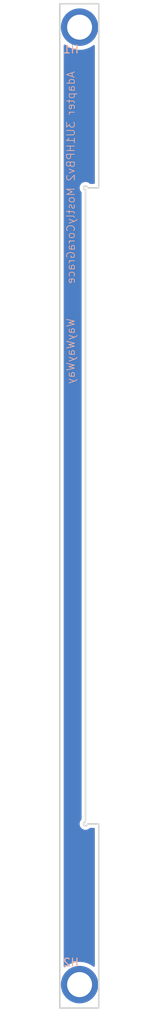
<source format=kicad_pcb>
(kicad_pcb (version 20241229) (generator "pcbnew") (generator_version "9.0")
  (layers (0 "F.Cu" signal) (2 "B.Cu" signal) (13 "F.Paste" user) (15 "B.Paste" user) (5 "F.SilkS" user "F.Silkscreen") (7 "B.SilkS" user "B.Silkscreen") (1 "F.Mask" user) (3 "B.Mask" user) (25 "Edge.Cuts" user))
  (net 0 "")
  (footprint "EXC:MountingHole_3.2mm_M3" (layer "F.Cu") (at 7.34 127.925)
    (property "Reference" "H2" (at 0 -2.84 0) (layer "B.SilkS") (effects (justify left mirror)))
    (property "Value" "Eurorack_M3_MountingHole")
    (pad "" thru_hole circle (at 0 0) (size 4.8 4.8) (drill 3.2) (layers "*.Cu" "*.Mask"))
  )
  (footprint "EXC:MountingHole_3.2mm_M3" (layer "F.Cu") (at 7.34 5.425)
    (property "Reference" "H1" (at 0 2.84 0) (layer "B.SilkS") (effects (justify left mirror)))
    (property "Value" "Eurorack_M3_MountingHole")
    (pad "" thru_hole circle (at 0 0) (size 4.8 4.8) (drill 3.2) (layers "*.Cu" "*.Mask"))
  )
  (gr_line (start 9.8 2.425) (end 9.8 25.985) (stroke (width 0.2)) (layer "Edge.Cuts"))
  (gr_line (start 8.35 25.985) (end 9.8 25.985) (stroke (width 0.2)) (layer "Edge.Cuts"))
  (gr_line (start 8.1 26.235) (end 8.1 107.115) (stroke (width 0.2)) (layer "Edge.Cuts"))
  (gr_line (start 8.35 107.365) (end 9.8 107.365) (stroke (width 0.2)) (layer "Edge.Cuts"))
  (gr_line (start 4.8 130.925) (end 9.8 130.925) (stroke (width 0.2)) (layer "Edge.Cuts"))
  (gr_line (start 9.8 107.365) (end 9.8 130.925) (stroke (width 0.2)) (layer "Edge.Cuts"))
  (gr_arc (start 8.1 26.235) (mid 7.923223 25.808223) (end 8.35 25.985) (stroke (width 0.2)) (layer "Edge.Cuts"))
  (gr_arc (start 8.35 107.365) (mid 7.923223 107.541777) (end 8.1 107.115) (stroke (width 0.2)) (layer "Edge.Cuts"))
  (gr_line (start 4.8 2.425) (end 4.8 130.925) (stroke (width 0.2)) (layer "Edge.Cuts"))
  (gr_line (start 4.8 2.425) (end 9.8 2.425) (stroke (width 0.2)) (layer "Edge.Cuts"))
  (gr_text "Adapter 3U1HPBv2 MostlyCoraGrace" (at 6.8 11 90) (layer "B.SilkS") (effects (font (size 1 1) (thickness 0.1)) (justify left bottom mirror)))
  (gr_text "WayWayWay" (at 6.8 42.6 90) (layer "B.SilkS") (effects (font (size 1 1) (thickness 0.1)) (justify left bottom mirror)))
  (zone (net 0) (net_name "") (layers "F.Cu" "B.Cu") (connect_pads (clearance 0.5)) (min_thickness 0.25) (fill yes (thermal_gap 0.5) (thermal_bridge_width 0.5) (island_removal_mode 1) (island_area_min 10))
    (polygon (pts (xy 4.8 2.425) (xy 9.8 2.425) (xy 9.8 25.985) (xy 8.1 25.985) (xy 8.1 107.365) (xy 9.8 107.365) (xy 9.8 130.925) (xy 4.8 130.925)))
  )
)
</source>
